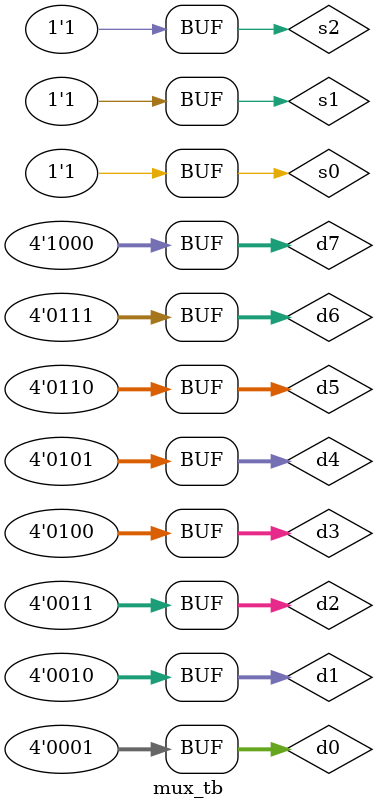
<source format=sv>
module mux_tb();
logic [3:0]d0,d1,d2,d3,d4,d5,d6,d7;
logic s1,s2,s0;
logic [3:0]y ;

mux8_1 dut(d0,d1,d2,d3,d4,d5,d6,d7,s2,s1,s0,y);
initial begin
d0=1;d1=2;d2=3;d3=4;d4=5;d5=6;d6=7;d7=8;
s0=0;s1=0;s2=0;
#10 s0=0;s1=0;s2=1;
#10 s0=0;s1=1;s2=0;
#10 s0=0;s1=1;s2=1;
#10 s0=1;s1=0;s2=0;
#10 s0=1;s1=0;s2=1;
#10 s0=1;s1=1;s2=0;
#10 s0=1;s1=1;s2=1;
end 
endmodule

</source>
